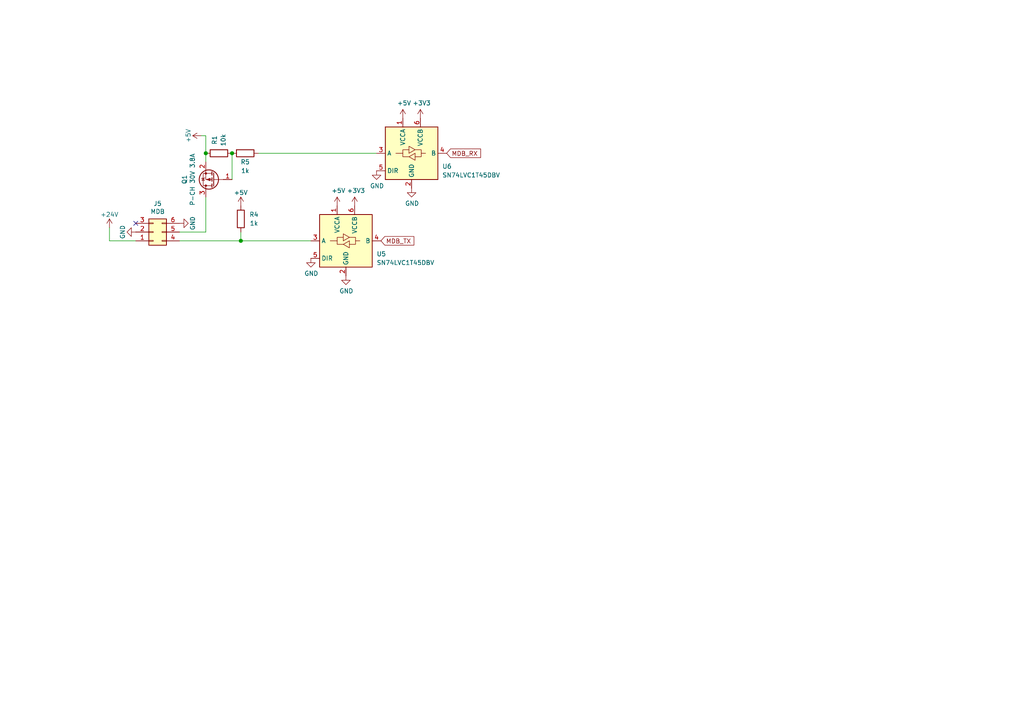
<source format=kicad_sch>
(kicad_sch (version 20201015) (generator eeschema)
  (paper "A4")
  (lib_symbols
    (symbol "Connector_Generic:Conn_02x03_Top_Bottom" (pin_names (offset 1.016) hide)
      (property "Reference" "J" (at 1.27 5.08 0))
      (property "Value" "Conn_02x03_Top_Bottom" (at 1.27 -5.08 0))
      (symbol "Conn_02x03_Top_Bottom_1_1"
        (rectangle (start -1.27 -2.413) (end 0 -2.667) (stroke (width 0.1524)))
        (rectangle (start -1.27 2.667) (end 0 2.413) (stroke (width 0.1524)))
        (rectangle (start -1.27 3.81) (end 3.81 -3.81) (stroke (width 0.254)) (fill (type background)))
        (rectangle (start -1.27 0.127) (end 0 -0.127) (stroke (width 0.1524)))
        (rectangle (start 3.81 -2.413) (end 2.54 -2.667) (stroke (width 0.1524)))
        (rectangle (start 3.81 2.667) (end 2.54 2.413) (stroke (width 0.1524)))
        (rectangle (start 3.81 0.127) (end 2.54 -0.127) (stroke (width 0.1524)))
        (pin passive line (at -5.08 2.54 0) (length 3.81) (name "Pin_1") (number "1"))
        (pin passive line (at -5.08 0 0) (length 3.81) (name "Pin_2") (number "2"))
        (pin passive line (at -5.08 -2.54 0) (length 3.81) (name "Pin_3") (number "3"))
        (pin passive line (at 7.62 2.54 180) (length 3.81) (name "Pin_4") (number "4"))
        (pin passive line (at 7.62 0 180) (length 3.81) (name "Pin_5") (number "5"))
        (pin passive line (at 7.62 -2.54 180) (length 3.81) (name "Pin_6") (number "6"))
      )
    )
    (symbol "Device:Q_PMOS_GSD" (pin_names (offset 0) hide)
      (property "Reference" "Q" (at 5.08 1.27 0))
      (property "Value" "Q_PMOS_GSD" (at 5.08 -1.27 0))
      (symbol "Q_PMOS_GSD_0_1"
        (circle (center 1.651 0) (radius 2.794) (stroke (width 0.254)))
        (circle (center 2.54 -1.778) (radius 0.254) (fill (type outline)))
        (circle (center 2.54 1.778) (radius 0.254) (fill (type outline)))
        (polyline (pts (xy 0.254 0) (xy -2.54 0)))
        (polyline (pts (xy 0.254 1.905) (xy 0.254 -1.905)) (stroke (width 0.254)))
        (polyline (pts (xy 0.762 -1.27) (xy 0.762 -2.286)) (stroke (width 0.254)))
        (polyline (pts (xy 0.762 0.508) (xy 0.762 -0.508)) (stroke (width 0.254)))
        (polyline (pts (xy 0.762 2.286) (xy 0.762 1.27)) (stroke (width 0.254)))
        (polyline (pts (xy 2.54 2.54) (xy 2.54 1.778)))
        (polyline (pts (xy 2.54 -2.54) (xy 2.54 0) (xy 0.762 0)))
        (polyline (pts (xy 0.762 1.778) (xy 3.302 1.778) (xy 3.302 -1.778) (xy 0.762 -1.778)))
        (polyline (pts (xy 2.286 0) (xy 1.27 0.381) (xy 1.27 -0.381) (xy 2.286 0)) (fill (type outline)))
        (polyline (pts (xy 2.794 -0.508) (xy 2.921 -0.381) (xy 3.683 -0.381) (xy 3.81 -0.254)))
        (polyline (pts (xy 3.302 -0.381) (xy 2.921 0.254) (xy 3.683 0.254) (xy 3.302 -0.381)))
      )
      (symbol "Q_PMOS_GSD_1_1"
        (pin input line (at -5.08 0 0) (length 2.54) (name "G") (number "1"))
        (pin passive line (at 2.54 -5.08 90) (length 2.54) (name "S") (number "2"))
        (pin passive line (at 2.54 5.08 270) (length 2.54) (name "D") (number "3"))
      )
    )
    (symbol "Device:R" (pin_numbers hide) (pin_names (offset 0))
      (property "Reference" "R" (at 2.032 0 90))
      (property "Value" "R" (at 0 0 90))
      (symbol "R_0_1"
        (rectangle (start -1.016 -2.54) (end 1.016 2.54) (stroke (width 0.254)))
      )
      (symbol "R_1_1"
        (pin passive line (at 0 3.81 270) (length 1.27) (name "~") (number "1"))
        (pin passive line (at 0 -3.81 90) (length 1.27) (name "~") (number "2"))
      )
    )
    (symbol "Logic_LevelTranslator:SN74LVC1T45DBV"
      (property "Reference" "U" (at -6.35 8.89 0))
      (property "Value" "SN74LVC1T45DBV" (at 3.81 8.89 0))
      (symbol "SN74LVC1T45DBV_0_1"
        (rectangle (start -7.62 7.62) (end 7.62 -7.62) (stroke (width 0.254)) (fill (type background)))
        (polyline (pts (xy -2.54 0) (xy -2.54 1.016) (xy -0.762 1.016)))
        (polyline (pts (xy 2.794 0) (xy 2.794 -1.016) (xy 1.016 -1.016)))
        (polyline (pts (xy -0.762 -1.016) (xy -2.54 -1.016) (xy -2.54 0) (xy -4.572 0)))
        (polyline (pts (xy -0.762 0) (xy -0.762 2.032) (xy 1.016 1.016) (xy -0.762 0)))
        (polyline (pts (xy 1.016 1.016) (xy 2.794 1.016) (xy 2.794 0) (xy 4.064 0)))
        (polyline (pts (xy 1.016 0) (xy 1.016 -1.778) (xy 1.016 -2.032) (xy -0.762 -1.016) (xy 1.016 0)))
      )
      (symbol "SN74LVC1T45DBV_1_1"
        (pin power_in line (at -2.54 10.16 270) (length 2.54) (name "VCCA") (number "1"))
        (pin power_in line (at 0 -10.16 90) (length 2.54) (name "GND") (number "2"))
        (pin bidirectional line (at -10.16 0 0) (length 2.54) (name "A") (number "3"))
        (pin bidirectional line (at 10.16 0 180) (length 2.54) (name "B") (number "4"))
        (pin input line (at -10.16 -5.08 0) (length 2.54) (name "DIR") (number "5"))
        (pin power_in line (at 2.54 10.16 270) (length 2.54) (name "VCCB") (number "6"))
      )
    )
    (symbol "power:+24V" (power) (pin_names (offset 0))
      (property "Value" "+24V" (at 0 3.556 0))
      (symbol "+24V_0_1"
        (polyline (pts (xy -0.762 1.27) (xy 0 2.54)))
        (polyline (pts (xy 0 0) (xy 0 2.54)))
        (polyline (pts (xy 0 2.54) (xy 0.762 1.27)))
      )
      (symbol "+24V_1_1"
        (pin power_in line (at 0 0 90) (length 0) hide (name "+24V") (number "1"))
      )
    )
    (symbol "power:+3.3V" (power) (pin_names (offset 0))
      (property "Value" "+3.3V" (at 0 3.556 0))
      (symbol "+3.3V_0_1"
        (polyline (pts (xy -0.762 1.27) (xy 0 2.54)))
        (polyline (pts (xy 0 0) (xy 0 2.54)))
        (polyline (pts (xy 0 2.54) (xy 0.762 1.27)))
      )
      (symbol "+3.3V_1_1"
        (pin power_in line (at 0 0 90) (length 0) hide (name "+3V3") (number "1"))
      )
    )
    (symbol "power:+5V" (power) (pin_names (offset 0))
      (property "Value" "+5V" (at 0 3.556 0))
      (symbol "+5V_0_1"
        (polyline (pts (xy -0.762 1.27) (xy 0 2.54)))
        (polyline (pts (xy 0 0) (xy 0 2.54)))
        (polyline (pts (xy 0 2.54) (xy 0.762 1.27)))
      )
      (symbol "+5V_1_1"
        (pin power_in line (at 0 0 90) (length 0) hide (name "+5V") (number "1"))
      )
    )
    (symbol "power:GND" (power) (pin_names (offset 0))
      (property "Value" "GND" (at 0 -3.81 0))
      (symbol "GND_0_1"
        (polyline (pts (xy 0 0) (xy 0 -1.27) (xy 1.27 -1.27) (xy 0 -2.54) (xy -1.27 -1.27) (xy 0 -1.27)))
      )
      (symbol "GND_1_1"
        (pin power_in line (at 0 0 270) (length 0) hide (name "GND") (number "1"))
      )
    )
  )
  (junction (at 59.69 44.45) (diameter 1.016))
  (junction (at 67.31 44.45) (diameter 1.016))
  (junction (at 69.85 69.85) (diameter 1.016))
  (no_connect (at 39.37 64.77))
  (wire (pts (xy 31.75 69.85) (xy 31.75 66.04)))
  (wire (pts (xy 39.37 69.85) (xy 31.75 69.85)))
  (wire (pts (xy 52.07 67.31) (xy 59.69 67.31)))
  (wire (pts (xy 59.69 39.37) (xy 58.42 39.37)))
  (wire (pts (xy 59.69 44.45) (xy 59.69 39.37)))
  (wire (pts (xy 59.69 46.99) (xy 59.69 44.45)))
  (wire (pts (xy 59.69 67.31) (xy 59.69 57.15)))
  (wire (pts (xy 67.31 52.07) (xy 67.31 44.45)))
  (wire (pts (xy 69.85 69.85) (xy 52.07 69.85)))
  (wire (pts (xy 69.85 69.85) (xy 69.85 67.31)))
  (wire (pts (xy 74.93 44.45) (xy 109.22 44.45)))
  (wire (pts (xy 90.17 69.85) (xy 69.85 69.85)))
  (global_label "MDB_TX" (shape input) (at 110.49 69.85 0) (property "Intersheet References" "${INTERSHEET_REFS}" (effects hide)))
  (global_label "MDB_RX" (shape input) (at 129.54 44.45 0) (property "Intersheet References" "${INTERSHEET_REFS}" (effects hide)))
  (symbol (lib_id "power:+24V") (at 31.75 66.04 0) (unit 1)
    (property "Reference" "#PWR0143" (effects hide))
    (property "Value" "+24V" (at 31.75 62.23 0))
  )
  (symbol (lib_id "power:+5V") (at 58.42 39.37 90) (unit 1)
    (property "Reference" "#PWR0107" (effects hide))
    (property "Value" "+5V" (at 54.61 39.37 0))
  )
  (symbol (lib_id "power:+5V") (at 69.85 59.69 0) (unit 1)
    (property "Reference" "#PWR0144" (effects hide))
    (property "Value" "+5V" (at 69.85 55.88 0))
  )
  (symbol (lib_id "power:+5V") (at 97.79 59.69 0) (unit 1)
    (property "Reference" "#PWR0157" (effects hide))
    (property "Value" "+5V" (at 98.171 55.2958 0))
  )
  (symbol (lib_id "power:+3.3V") (at 102.87 59.69 0) (unit 1)
    (property "Reference" "#PWR0158" (effects hide))
    (property "Value" "+3.3V" (at 103.251 55.2958 0))
  )
  (symbol (lib_id "power:+5V") (at 116.84 34.29 0) (unit 1)
    (property "Reference" "#PWR0147" (effects hide))
    (property "Value" "+5V" (at 117.221 29.8958 0))
  )
  (symbol (lib_id "power:+3.3V") (at 121.92 34.29 0) (unit 1)
    (property "Reference" "#PWR0148" (effects hide))
    (property "Value" "+3.3V" (at 122.301 29.8958 0))
  )
  (symbol (lib_id "power:GND") (at 39.37 67.31 270) (unit 1)
    (property "Reference" "#PWR0142" (effects hide))
    (property "Value" "GND" (at 35.56 67.31 0))
  )
  (symbol (lib_id "power:GND") (at 52.07 64.77 90) (unit 1)
    (property "Reference" "#PWR0141" (effects hide))
    (property "Value" "GND" (at 55.88 64.77 0))
  )
  (symbol (lib_id "power:GND") (at 90.17 74.93 0) (unit 1)
    (property "Reference" "#PWR0149" (effects hide))
    (property "Value" "GND" (at 90.297 79.3242 0))
  )
  (symbol (lib_id "power:GND") (at 100.33 80.01 0) (unit 1)
    (property "Reference" "#PWR0150" (effects hide))
    (property "Value" "GND" (at 100.457 84.4042 0))
  )
  (symbol (lib_id "power:GND") (at 109.22 49.53 0) (unit 1)
    (property "Reference" "#PWR0145" (effects hide))
    (property "Value" "GND" (at 109.347 53.9242 0))
  )
  (symbol (lib_id "power:GND") (at 119.38 54.61 0) (unit 1)
    (property "Reference" "#PWR0146" (effects hide))
    (property "Value" "GND" (at 119.507 59.0042 0))
  )
  (symbol (lib_id "Device:R") (at 63.5 44.45 270) (unit 1)
    (property "Reference" "R1" (at 62.23 40.64 0))
    (property "Value" "10k" (at 64.77 40.64 0))
    (property "Footprint" "Resistor_SMD:R_0603_1608Metric_Pad1.05x0.95mm_HandSolder" (effects hide))
    (property "Part Number" "RC0603FR-0710KL" (effects hide))
    (property "Manufacturer" "Yageo" (effects hide))
    (property "Bin" "10" (effects hide))
  )
  (symbol (lib_id "Device:R") (at 69.85 63.5 180) (unit 1)
    (property "Reference" "R4" (at 73.66 62.23 0))
    (property "Value" "1k" (at 73.66 64.77 0))
    (property "Footprint" "Resistor_SMD:R_0603_1608Metric_Pad1.05x0.95mm_HandSolder" (effects hide))
    (property "Part Number" "RC0603FR-071KL" (effects hide))
    (property "Manufacturer" "Yageo" (effects hide))
    (property "Bin" "1" (effects hide))
  )
  (symbol (lib_id "Device:R") (at 71.12 44.45 90) (unit 1)
    (property "Reference" "R5" (at 71.12 46.99 90))
    (property "Value" "1k" (at 71.12 49.53 90))
    (property "Footprint" "Resistor_SMD:R_0603_1608Metric_Pad1.05x0.95mm_HandSolder" (effects hide))
    (property "Part Number" "RC0603FR-071KL" (effects hide))
    (property "Manufacturer" "Yageo" (effects hide))
    (property "Bin" "1" (effects hide))
  )
  (symbol (lib_id "Connector_Generic:Conn_02x03_Top_Bottom") (at 44.45 67.31 0) (mirror x) (unit 1)
    (property "Reference" "J5" (at 45.72 59.055 0))
    (property "Value" "MDB" (at 45.72 61.3664 0))
    (property "Footprint" "Connector_Molex:Molex_Mini-Fit_Jr_5566-06A_2x03_P4.20mm_Vertical" (effects hide))
    (property "Part Number" "0039290063" (effects hide))
    (property "Manufacturer" "Molex" (effects hide))
  )
  (symbol (lib_id "Device:Q_PMOS_GSD") (at 62.23 52.07 180) (unit 1)
    (property "Reference" "Q1" (at 53.5178 52.07 90))
    (property "Value" "P-CH 30V 3.8A" (at 55.8292 52.07 90))
    (property "Footprint" "Snack Machine:SOT-23_Handsoldering_Lite" (effects hide))
    (property "Part Number" "DMP3099L-7" (effects hide))
    (property "Manufacturer" "Diodes Incorporated" (effects hide))
    (property "Bin" "23" (effects hide))
  )
  (symbol (lib_id "Logic_LevelTranslator:SN74LVC1T45DBV") (at 100.33 69.85 0) (unit 1)
    (property "Reference" "U5" (at 109.22 73.66 0) (effects (justify left)))
    (property "Value" "SN74LVC1T45DBV" (at 109.22 76.2 0) (effects (justify left)))
    (property "Footprint" "Package_TO_SOT_SMD:SOT-23-6" (effects hide))
    (property "Datasheet" "http://www.ti.com/lit/ds/symlink/sn74lvc1t45.pdf" (effects hide))
  )
  (symbol (lib_id "Logic_LevelTranslator:SN74LVC1T45DBV") (at 119.38 44.45 0) (unit 1)
    (property "Reference" "U6" (at 128.27 48.26 0) (effects (justify left)))
    (property "Value" "SN74LVC1T45DBV" (at 128.27 50.8 0) (effects (justify left)))
    (property "Footprint" "Package_TO_SOT_SMD:SOT-23-6" (effects hide))
    (property "Datasheet" "http://www.ti.com/lit/ds/symlink/sn74lvc1t45.pdf" (effects hide))
  )
)
</source>
